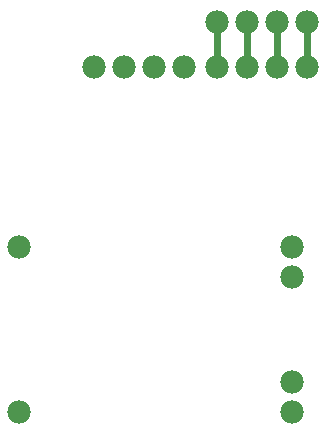
<source format=gtl>
G04 MADE WITH FRITZING*
G04 WWW.FRITZING.ORG*
G04 DOUBLE SIDED*
G04 HOLES PLATED*
G04 CONTOUR ON CENTER OF CONTOUR VECTOR*
%ASAXBY*%
%FSLAX23Y23*%
%MOIN*%
%OFA0B0*%
%SFA1.0B1.0*%
%ADD10C,0.078000*%
%ADD11C,0.024000*%
%LNCOPPER1*%
G90*
G70*
G54D10*
X748Y1398D03*
X848Y1398D03*
X948Y1398D03*
X1048Y1398D03*
X1048Y1248D03*
X948Y1248D03*
X848Y1248D03*
X748Y1248D03*
X1048Y1248D03*
X948Y1248D03*
X848Y1248D03*
X748Y1248D03*
X339Y1248D03*
X439Y1248D03*
X539Y1248D03*
X639Y1248D03*
X89Y648D03*
X89Y97D03*
X998Y648D03*
X998Y548D03*
X998Y197D03*
X998Y97D03*
G54D11*
X848Y1368D02*
X848Y1279D01*
D02*
X948Y1368D02*
X948Y1279D01*
D02*
X1048Y1368D02*
X1048Y1279D01*
D02*
X748Y1368D02*
X748Y1279D01*
G04 End of Copper1*
M02*
</source>
